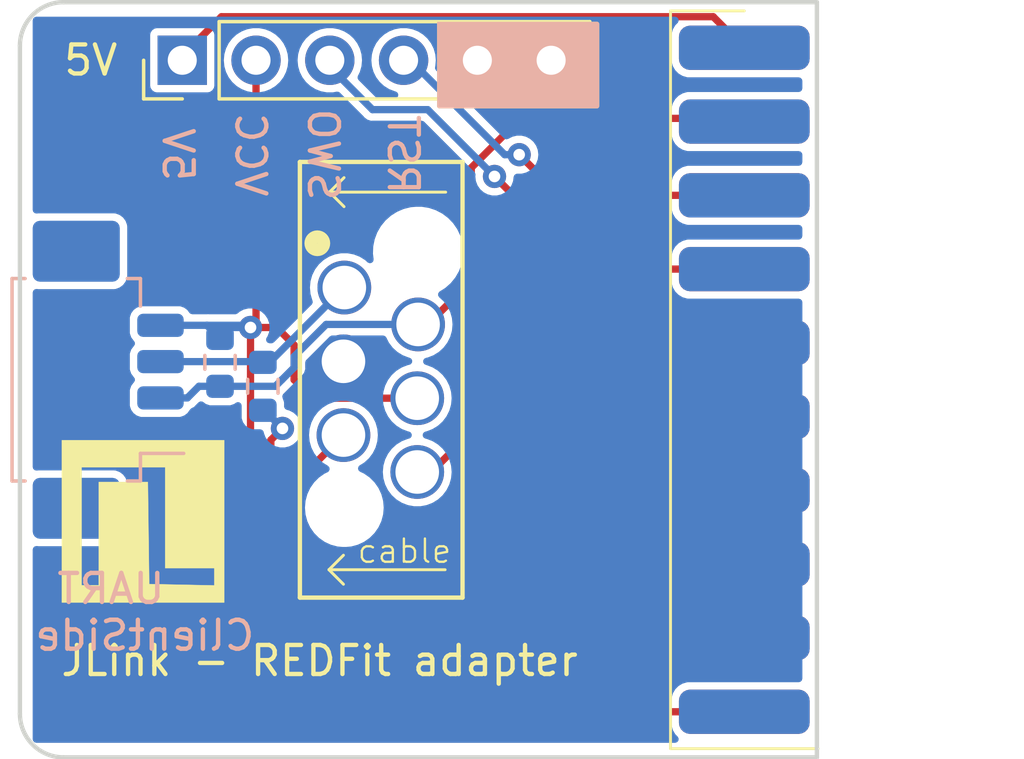
<source format=kicad_pcb>
(kicad_pcb (version 20221018) (generator pcbnew)
  (title_block (comment 4 "AISLER Project ID: ANJKEWWR"))
  (layers (0 "F.Cu" signal) (31 "B.Cu" signal) (34 "B.Paste" user) (35 "F.Paste" user) (36 "B.SilkS" user "B.Silkscreen") (37 "F.SilkS" user "F.Silkscreen") (38 "B.Mask" user) (39 "F.Mask" user) (44 "Edge.Cuts" user))
  (net 0 "")
  (net 1 "GND")
  (net 2 "/Rx_JLink")
  (net 3 "/Tx_JLink")
  (net 4 "VCC")
  (net 5 "Net-(J1-RX_(client))")
  (net 7 "/SWDIO")
  (net 8 "/SWO")
  (net 9 "/nRESET")
  (net 10 "/SWDCLK")
  (net 15 "+5V")
  (footprint "Jitter_Logos:JitterLogo" (layer "F.Cu") (at 178.832667 89.975)
    (fp_text reference "LOGO1" hide)
    (fp_text value "LOGO" hide)
    (fp_poly (pts (xy 3.261333 2.694) (xy -2.326667 2.694) (xy -2.326667 -1.962667) (xy -1.649334 -1.962667) (xy -1.649334 2.101333) (xy -1.056667 2.101333) (xy -1.056667 -1.454667) (xy 0.633231 -1.454667) (xy 0.656115 0.302167) (xy 0.679 2.059) (xy 2.922666 2.106248) (xy 2.922666 1.508667) (xy 1.229333 1.508667) (xy 1.229333 -1.962667) (xy -1.649334 -1.962667) (xy -2.326667 -1.962667) (xy -2.326667 -2.894) (xy 3.261333 -2.894) (xy 3.261333 2.694)) (stroke (width 0.01)) (fill solid) (layer "F.SilkS"))
  )
  (footprint "Connector_PinHeader_2.54mm:PinHeader_1x06_P2.54mm_Vertical" (layer "F.Cu") (at 180.65 74 90)
    (fp_text reference "J4" hide)
    (fp_text value "Conn_01x06_Female" hide)
    (fp_line (start -1.33 -1.33) (end 0 -1.33) (stroke (width 0.12)) (layer "F.SilkS"))
    (fp_line (start -1.33 0) (end -1.33 -1.33) (stroke (width 0.12)) (layer "F.SilkS"))
    (fp_line (start -1.33 1.27) (end -1.33 14.03) (stroke (width 0.12)) (layer "F.SilkS"))
    (fp_line (start -1.33 1.27) (end 1.33 1.27) (stroke (width 0.12)) (layer "F.SilkS"))
    (fp_line (start -1.33 14.03) (end 1.33 14.03) (stroke (width 0.12)) (layer "F.SilkS"))
    (fp_line (start 1.33 1.27) (end 1.33 14.03) (stroke (width 0.12)) (layer "F.SilkS"))
    (pad "1" thru_hole rect (at 0 0 90) (size 1.7 1.7) (drill 1) (layers "*.Cu" "*.Mask") (net 15 "+5V"))
    (pad "2" thru_hole oval (at 0 2.54 90) (size 1.7 1.7) (drill 1) (layers "*.Cu" "*.Mask") (net 4 "VCC"))
    (pad "3" thru_hole oval (at 0 5.08 90) (size 1.7 1.7) (drill 1) (layers "*.Cu" "*.Mask") (net 8 "/SWO"))
    (pad "4" thru_hole oval (at 0 7.62 90) (size 1.7 1.7) (drill 1) (layers "*.Cu" "*.Mask") (net 9 "/nRESET"))
    (pad "5" thru_hole oval (at 0 10.16 90) (size 1.7 1.7) (drill 1) (layers "*.Cu" "*.Mask") (net 1 "GND"))
    (pad "6" thru_hole oval (at 0 12.7 90) (size 1.7 1.7) (drill 1) (layers "*.Cu" "*.Mask") (net 1 "GND"))
  )
  (footprint "Jitter_Footprints:WR-WST_REDFIT-6-pins_490107670612-adapter_to_pcb" (layer "F.Cu") (at 187.5 85 90)
    (fp_text reference "J3" hide)
    (fp_text value "Jitter_Debug_HostSide" hide)
    (fp_text user "cable" (at -5.9 0.8 180) (layer "F.SilkS") (effects (font (size 0.8 0.8) (thickness 0.08))))
    (fp_line (start -7.5 -2.8) (end 7.5 -2.8) (stroke (width 0.15)) (layer "F.SilkS"))
    (fp_line (start -7.5 2.8) (end -7.5 -2.8) (stroke (width 0.15)) (layer "F.SilkS"))
    (fp_line (start -7.04 -1.3) (end -6.54 -1.8) (stroke (width 0.1)) (layer "F.SilkS"))
    (fp_line (start -6.54 -1.8) (end -6.04 -1.3) (stroke (width 0.1)) (layer "F.SilkS"))
    (fp_line (start -6.54 2.2) (end -6.54 -1.8) (stroke (width 0.1)) (layer "F.SilkS"))
    (fp_line (start 5.96 -1.28) (end 6.46 -1.78) (stroke (width 0.1)) (layer "F.SilkS"))
    (fp_line (start 6.46 -1.78) (end 6.96 -1.28) (stroke (width 0.1)) (layer "F.SilkS"))
    (fp_line (start 6.46 2.22) (end 6.46 -1.78) (stroke (width 0.1)) (layer "F.SilkS"))
    (fp_line (start 7.5 -2.8) (end 7.5 2.8) (stroke (width 0.15)) (layer "F.SilkS"))
    (fp_line (start 7.5 2.8) (end -7.5 2.8) (stroke (width 0.15)) (layer "F.SilkS"))
    (fp_circle (center 4.7 -2.2) (end 4.923607 -2.2) (stroke (width 0.44)) (fill none) (layer "F.SilkS"))
    (pad "" np_thru_hole circle (at -4.405 -1.27 90) (size 2.2 2.2) (drill 2.2) (layers "*.Cu" "*.Mask"))
    (pad "" np_thru_hole circle (at 4.405 1.27 90) (size 2.6 2.6) (drill 2.6) (layers "*.Cu" "*.Mask"))
    (pad "1" thru_hole circle (at 3.175 -1.27 90) (size 1.85 1.85) (drill 1.5) (layers "*.Cu" "*.Mask") (net 5 "Net-(J1-RX_(client))"))
    (pad "2" thru_hole circle (at 1.905 1.27 90) (size 1.85 1.85) (drill 1.5) (layers "*.Cu" "*.Mask") (net 2 "/Rx_JLink"))
    (pad "3" thru_hole circle (at 0.635 -1.3 90) (size 1.85 1.85) (drill 1.5) (layers "*.Cu" "*.Mask") (net 1 "GND"))
    (pad "4" thru_hole circle (at -0.635 1.24 90) (size 1.85 1.85) (drill 1.5) (layers "*.Cu" "*.Mask") (net 4 "VCC"))
    (pad "5" thru_hole circle (at -1.905 -1.3 90) (size 1.85 1.85) (drill 1.5) (layers "*.Cu" "*.Mask") (net 7 "/SWDIO"))
    (pad "6" thru_hole circle (at -3.175 1.24 90) (size 1.85 1.85) (drill 1.5) (layers "*.Cu" "*.Mask") (net 10 "/SWDCLK"))
  )
  (footprint "Jitter_Connectors:JLink_PinHeader_2x10_2.54_Horizontal" (layer "F.Cu") (at 200 85)
    (fp_text reference "J2" hide)
    (fp_text value "Conn_02x10_Odd_Even" hide)
    (fp_line (start -2.54 -12.7) (end -2.54 12.7) (stroke (width 0.1)) (layer "F.SilkS"))
    (fp_line (start -2.54 12.7) (end 2.54 12.7) (stroke (width 0.1)) (layer "F.SilkS"))
    (fp_line (start 0 -12.7) (end -2.54 -12.7) (stroke (width 0.1)) (layer "F.SilkS"))
    (pad "1" smd roundrect (at 0 11.43) (size 4.5 1.524) (layers "F.Cu" "F.Paste" "F.Mask") (net 4 "VCC"))
    (pad "2" smd roundrect (at 0 11.43) (size 4.5 1.524) (layers "B.Cu" "B.Paste" "B.Mask"))
    (pad "3" smd roundrect (at 0 8.89) (size 4.5 1.524) (layers "F.Cu" "F.Paste" "F.Mask"))
    (pad "4" smd roundrect (at 0 8.89) (size 4.5 1.524) (layers "B.Cu" "B.Paste" "B.Mask") (net 1 "GND"))
    (pad "5" smd roundrect (at 0 6.35) (size 4.5 1.524) (layers "F.Cu" "F.Paste" "F.Mask") (net 3 "/Tx_JLink"))
    (pad "6" smd roundrect (at 0 6.35) (size 4.5 1.524) (layers "B.Cu" "B.Paste" "B.Mask") (net 1 "GND"))
    (pad "7" smd roundrect (at 0 3.81) (size 4.5 1.524) (layers "F.Cu" "F.Paste" "F.Mask") (net 7 "/SWDIO"))
    (pad "8" smd roundrect (at 0 3.81) (size 4.5 1.524) (layers "B.Cu" "B.Paste" "B.Mask") (net 1 "GND"))
    (pad "9" smd roundrect (at 0 1.27) (size 4.5 1.524) (layers "F.Cu" "F.Paste" "F.Mask") (net 10 "/SWDCLK"))
    (pad "10" smd roundrect (at 0 1.27) (size 4.5 1.524) (layers "B.Cu" "B.Paste" "B.Mask") (net 1 "GND"))
    (pad "11" smd roundrect (at 0 -1.27) (size 4.5 1.524) (layers "F.Cu" "F.Paste" "F.Mask"))
    (pad "12" smd roundrect (at 0 -1.27) (size 4.5 1.524) (layers "B.Cu" "B.Paste" "B.Mask") (net 1 "GND"))
    (pad "13" smd roundrect (at 0 -3.81) (size 4.5 1.524) (layers "F.Cu" "F.Paste" "F.Mask") (net 8 "/SWO"))
    (pad "14" smd roundrect (at 0 -3.81) (size 4.5 1.524) (layers "B.Cu" "B.Paste" "B.Mask"))
    (pad "15" smd roundrect (at 0 -6.35) (size 4.5 1.524) (layers "F.Cu" "F.Paste" "F.Mask") (net 9 "/nRESET"))
    (pad "16" smd roundrect (at 0 -6.35) (size 4.5 1.524) (layers "B.Cu" "B.Paste" "B.Mask"))
    (pad "17" smd roundrect (at 0 -8.89) (size 4.5 1.524) (layers "F.Cu" "F.Paste" "F.Mask") (net 2 "/Rx_JLink"))
    (pad "18" smd roundrect (at 0 -8.89) (size 4.5 1.524) (layers "B.Cu" "B.Paste" "B.Mask"))
    (pad "19" smd roundrect (at 0 -11.43) (size 4.5 1.524) (layers "F.Cu" "F.Paste" "F.Mask") (net 15 "+5V"))
    (pad "20" smd roundrect (at 0 -11.43) (size 4.5 1.524) (layers "B.Cu" "B.Paste" "B.Mask"))
  )
  (footprint "Resistor_SMD:R_0603_1608Metric" (layer "B.Cu") (at 183.425 85.225 90)
    (fp_text reference "R1" hide)
    (fp_text value "100" hide)
    (fp_line (start -0.237258 -0.5225) (end 0.237258 -0.5225) (stroke (width 0.12)) (layer "B.SilkS"))
    (fp_line (start -0.237258 0.5225) (end 0.237258 0.5225) (stroke (width 0.12)) (layer "B.SilkS"))
    (pad "1" smd roundrect (at -0.825 0 90) (size 0.8 0.95) (layers "B.Cu" "B.Paste" "B.Mask") (net 3 "/Tx_JLink"))
    (pad "2" smd roundrect (at 0.825 0 90) (size 0.8 0.95) (layers "B.Cu" "B.Paste" "B.Mask") (net 5 "Net-(J1-RX_(client))"))
  )
  (footprint "Resistor_SMD:R_0603_1608Metric" (layer "B.Cu") (at 181.95 84.4 -90)
    (fp_text reference "R2" hide)
    (fp_text value "10k" hide)
    (fp_line (start -0.237258 -0.5225) (end 0.237258 -0.5225) (stroke (width 0.12)) (layer "B.SilkS"))
    (fp_line (start -0.237258 0.5225) (end 0.237258 0.5225) (stroke (width 0.12)) (layer "B.SilkS"))
    (pad "1" smd roundrect (at -0.825 0 270) (size 0.8 0.95) (layers "B.Cu" "B.Paste" "B.Mask") (net 4 "VCC"))
    (pad "2" smd roundrect (at 0.825 0 270) (size 0.8 0.95) (layers "B.Cu" "B.Paste" "B.Mask") (net 2 "/Rx_JLink"))
  )
  (footprint "Connector_Molex:Molex_PicoBlade_53261-0471_1x04-1MP_P1.25mm_Horizontal" (layer "B.Cu") (at 177.5 85 90)
    (fp_text reference "J1" hide)
    (fp_text value "UART_ClientSide" hide)
    (fp_line (start -3.485 -2.71) (end 3.485 -2.71) (stroke (width 0.12)) (layer "B.SilkS"))
    (fp_line (start -3.485 -2.26) (end -3.485 -2.71) (stroke (width 0.12)) (layer "B.SilkS"))
    (fp_line (start -3.485 1.26) (end -3.485 1.71) (stroke (width 0.12)) (layer "B.SilkS"))
    (fp_line (start -3.485 1.71) (end -2.535 1.71) (stroke (width 0.12)) (layer "B.SilkS"))
    (fp_line (start -2.535 1.71) (end -2.535 3.2) (stroke (width 0.12)) (layer "B.SilkS"))
    (fp_line (start 3.485 -2.71) (end 3.485 -2.26) (stroke (width 0.12)) (layer "B.SilkS"))
    (fp_line (start 3.485 1.26) (end 3.485 1.71) (stroke (width 0.12)) (layer "B.SilkS"))
    (fp_line (start 3.485 1.71) (end 2.535 1.71) (stroke (width 0.12)) (layer "B.SilkS"))
    (pad "1" smd roundrect (at -1.875 2.4 90) (size 0.8 1.6) (layers "B.Cu" "B.Paste" "B.Mask") (net 1 "GND"))
    (pad "2" smd roundrect (at -0.625 2.4 90) (size 0.8 1.6) (layers "B.Cu" "B.Paste" "B.Mask") (net 2 "/Rx_JLink"))
    (pad "3" smd roundrect (at 0.625 2.4 90) (size 0.8 1.6) (layers "B.Cu" "B.Paste" "B.Mask") (net 5 "Net-(J1-RX_(client))"))
    (pad "4" smd roundrect (at 1.875 2.4 90) (size 0.8 1.6) (layers "B.Cu" "B.Paste" "B.Mask") (net 4 "VCC"))
    (pad "MP" smd roundrect (at -4.425 -0.5 90) (size 2.1 3) (layers "B.Cu" "B.Paste" "B.Mask") (roundrect_rratio 0.1190480952))
    (pad "MP" smd roundrect (at 4.425 -0.5 90) (size 2.1 3) (layers "B.Cu" "B.Paste" "B.Mask") (roundrect_rratio 0.1190480952))
  )
  (gr_rect (start 189.5 72.75) (end 194.93 75.58) (stroke (width 0.15)) (fill solid) (layer "B.SilkS"))
  (gr_rect (start 189.5 72.75) (end 194.93 75.58) (stroke (width 0.15)) (fill solid) (layer "F.SilkS"))
  (gr_arc (start 176.56066 98) (mid 175.5 97.56066) (end 175.06066 96.5) (stroke (width 0.15)) (layer "Edge.Cuts"))
  (gr_line (start 175.06066 73.5) (end 175.06066 96.5) (stroke (width 0.15)) (layer "Edge.Cuts"))
  (gr_line (start 202.5 98) (end 202.5 72) (stroke (width 0.15)) (layer "Edge.Cuts"))
  (gr_line (start 202.5 72) (end 176.56066 72) (stroke (width 0.15)) (layer "Edge.Cuts"))
  (gr_arc (start 175.06066 73.5) (mid 175.5 72.43934) (end 176.56066 72) (stroke (width 0.15)) (layer "Edge.Cuts"))
  (gr_line (start 202.5 98) (end 176.56066 98) (stroke (width 0.15)) (layer "Edge.Cuts"))
  (gr_text "V2" (at 176.525 97.075) (layer "F.Cu" knockout) (effects (font (size 1 1) (thickness 0.1875)) (justify left bottom)))
  (gr_text "5V" (at 180.5 77.25 -90) (layer "B.SilkS") (effects (font (size 1 1)) (justify mirror)))
  (gr_text "UART \nClientSide" (at 175.5 93) (layer "B.SilkS") (effects (font (size 1 1)) (justify right mirror)))
  (gr_text "RST" (at 188.25 77.25 270) (layer "B.SilkS") (effects (font (size 1 1)) (justify mirror)))
  (gr_text "SWO" (at 185.5 77.25 270) (layer "B.SilkS") (effects (font (size 1 1)) (justify mirror)))
  (gr_text "VCC" (at 183 77.25 -90) (layer "B.SilkS") (effects (font (size 1 1)) (justify mirror)))
  (gr_text "5V" (at 177.5 74) (layer "F.SilkS") (effects (font (size 1 1))))
  (gr_text "JLink - REDFit adapter" (at 176.4 94.675) (layer "F.SilkS") (effects (font (size 1 1)) (justify left)))
  (segment (start 192.3 76) (end 192.7 76) (width 0.25) (layer "F.Cu") (net 2))
  (segment (start 189.105 83.095) (end 190.6 81.6) (width 0.25) (layer "F.Cu") (net 2))
  (segment (start 190.6 77.7) (end 192.3 76) (width 0.25) (layer "F.Cu") (net 2))
  (segment (start 192.7 76) (end 200 76) (width 0.25) (layer "F.Cu") (net 2))
  (segment (start 188.77 83.095) (end 189.105 83.095) (width 0.25) (layer "F.Cu") (net 2))
  (segment (start 190.6 81.6) (end 190.6 77.7) (width 0.25) (layer "F.Cu") (net 2))
  (segment (start 179.9 85.625) (end 180.825 85.625) (width 0.25) (layer "B.Cu") (net 2))
  (segment (start 188.77 83.095) (end 185.605 83.095) (width 0.25) (layer "B.Cu") (net 2))
  (segment (start 184.502 84.577598) (end 184.089799 84.989799) (width 0.25) (layer "B.Cu") (net 2))
  (segment (start 185.605 83.095) (end 184.502 84.198) (width 0.25) (layer "B.Cu") (net 2))
  (segment (start 184.502 84.198) (end 184.502 84.577598) (width 0.25) (layer "B.Cu") (net 2))
  (segment (start 180.825 85.625) (end 181.225 85.225) (width 0.25) (layer "B.Cu") (net 2))
  (segment (start 183.854598 85.225) (end 184.089799 84.989799) (width 0.25) (layer "B.Cu") (net 2))
  (segment (start 181.225 85.225) (end 181.95 85.225) (width 0.25) (layer "B.Cu") (net 2))
  (segment (start 181.95 85.225) (end 183.854598 85.225) (width 0.25) (layer "B.Cu") (net 2))
  (segment (start 189.9 92.7) (end 191.1 91.5) (width 0.25) (layer "F.Cu") (net 3))
  (segment (start 184.1 86.675) (end 183.7 87.075) (width 0.25) (layer "F.Cu") (net 3))
  (segment (start 183.7 87.075) (end 183.7 90.6) (width 0.25) (layer "F.Cu") (net 3))
  (segment (start 185.8 92.7) (end 189.9 92.7) (width 0.25) (layer "F.Cu") (net 3))
  (segment (start 191.1 91.5) (end 200.5 91.5) (width 0.25) (layer "F.Cu") (net 3))
  (segment (start 183.7 90.6) (end 185.8 92.7) (width 0.25) (layer "F.Cu") (net 3))
  (via (at 184.1 86.675) (size 0.8) (drill 0.4) (layers "F.Cu" "B.Cu") (net 3))
  (segment (start 183.475 86.05) (end 184.1 86.675) (width 0.25) (layer "B.Cu") (net 3))
  (segment (start 183.425 86.05) (end 183.475 86.05) (width 0.25) (layer "B.Cu") (net 3))
  (segment (start 185.135 85.635) (end 184.5 85) (width 0.25) (layer "F.Cu") (net 4))
  (segment (start 183 83.2) (end 183 90.912618) (width 0.25) (layer "F.Cu") (net 4))
  (segment (start 184.5 85) (end 184.5 83.8) (width 0.25) (layer "F.Cu") (net 4))
  (segment (start 183.9 83.2) (end 183 83.2) (width 0.25) (layer "F.Cu") (net 4))
  (segment (start 183.19 83.01) (end 183.19 74) (width 0.25) (layer "F.Cu") (net 4))
  (segment (start 183 90.912618) (end 183.493691 91.406309) (width 0.25) (layer "F.Cu") (net 4))
  (segment (start 188.517383 96.43) (end 200 96.43) (width 0.25) (layer "F.Cu") (net 4))
  (segment (start 184.5 83.8) (end 183.9 83.2) (width 0.25) (layer "F.Cu") (net 4))
  (segment (start 183.493691 91.406309) (end 188.517383 96.43) (width 0.25) (layer "F.Cu") (net 4))
  (segment (start 183 83.2) (end 183.19 83.01) (width 0.25) (layer "F.Cu") (net 4))
  (segment (start 188.74 85.635) (end 185.135 85.635) (width 0.25) (layer "F.Cu") (net 4))
  (via (at 183 83.2) (size 0.8) (drill 0.4) (layers "F.Cu" "B.Cu") (net 4))
  (segment (start 182.925 83.125) (end 181.5 83.125) (width 0.25) (layer "B.Cu") (net 4))
  (segment (start 181.5 83.125) (end 179.9 83.125) (width 0.25) (layer "B.Cu") (net 4))
  (segment (start 181.95 83.575) (end 181.5 83.125) (width 0.25) (layer "B.Cu") (net 4))
  (segment (start 183 83.2) (end 182.325 83.2) (width 0.25) (layer "B.Cu") (net 4))
  (segment (start 183 83.2) (end 182.925 83.125) (width 0.25) (layer "B.Cu") (net 4))
  (segment (start 182.325 83.2) (end 181.95 83.575) (width 0.25) (layer "B.Cu") (net 4))
  (segment (start 183.68 84.375) (end 186.23 81.825) (width 0.25) (layer "B.Cu") (net 5))
  (segment (start 179.9 84.375) (end 183.68 84.375) (width 0.25) (layer "B.Cu") (net 5))
  (segment (start 186.2 86.905) (end 184.5 88.605) (width 0.25) (layer "F.Cu") (net 7))
  (segment (start 184.5 90.1) (end 185.6 91.2) (width 0.25) (layer "F.Cu") (net 7))
  (segment (start 191.4 89) (end 200 89) (width 0.25) (layer "F.Cu") (net 7))
  (segment (start 184.5 88.605) (end 184.5 90.1) (width 0.25) (layer "F.Cu") (net 7))
  (segment (start 185.6 91.2) (end 189.2 91.2) (width 0.25) (layer "F.Cu") (net 7))
  (segment (start 189.2 91.2) (end 191.4 89) (width 0.25) (layer "F.Cu") (net 7))
  (segment (start 200 81.19) (end 194.59 81.19) (width 0.25) (layer "F.Cu") (net 8))
  (segment (start 194.59 81.19) (end 191.4 78) (width 0.25) (layer "F.Cu") (net 8))
  (via (at 191.4 78) (size 0.8) (drill 0.4) (layers "F.Cu" "B.Cu") (net 8))
  (segment (start 186 74) (end 186 74.5) (width 0.25) (layer "B.Cu") (net 8))
  (segment (start 189.1 75.7) (end 191.4 78) (width 0.25) (layer "B.Cu") (net 8))
  (segment (start 187.2 75.7) (end 189.1 75.7) (width 0.25) (layer "B.Cu") (net 8))
  (segment (start 186 74.5) (end 187.2 75.7) (width 0.25) (layer "B.Cu") (net 8))
  (segment (start 193.65 78.65) (end 192.25 77.25) (width 0.25) (layer "F.Cu") (net 9))
  (segment (start 200 78.65) (end 193.65 78.65) (width 0.25) (layer "F.Cu") (net 9))
  (via (at 192.25 77.25) (size 0.8) (drill 0.4) (layers "F.Cu" "B.Cu") (net 9))
  (segment (start 188.5 74) (end 191.75 77.25) (width 0.25) (layer "B.Cu") (net 9))
  (segment (start 191.75 77.25) (end 192.25 77.25) (width 0.25) (layer "B.Cu") (net 9))
  (segment (start 191.13 86.27) (end 189.225 88.175) (width 0.25) (layer "F.Cu") (net 10))
  (segment (start 200 86.27) (end 191.13 86.27) (width 0.25) (layer "F.Cu") (net 10))
  (segment (start 189.225 88.175) (end 188.74 88.175) (width 0.25) (layer "F.Cu") (net 10))
  (segment (start 182 72.5) (end 180.5 74) (width 0.25) (layer "F.Cu") (net 15))
  (segment (start 198.93 72.5) (end 182 72.5) (width 0.25) (layer "F.Cu") (net 15))
  (segment (start 200 73.57) (end 198.93 72.5) (width 0.25) (layer "F.Cu") (net 15))
  (zone (net 1) (net_name "GND") (layer "B.Cu") (connect_pads yes (clearance 0.254)) (min_thickness 0.254) (fill yes (thermal_gap 0.254) (thermal_bridge_width 0.254))
    (polygon (pts (xy 202 97.5) (xy 175.5 97.5) (xy 175.5 72.5) (xy 202 72.5)))
  )
)
</source>
